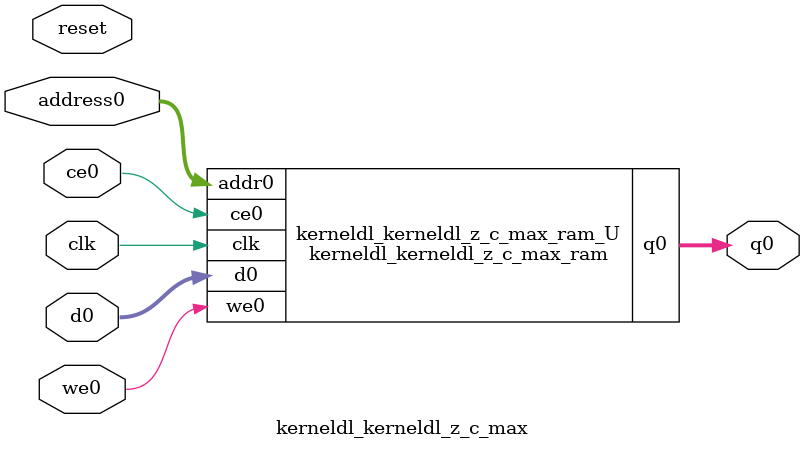
<source format=v>
`timescale 1 ns / 1 ps
module kerneldl_kerneldl_z_c_max_ram (addr0, ce0, d0, we0, q0,  clk);

parameter DWIDTH = 2;
parameter AWIDTH = 19;
parameter MEM_SIZE = 312000;

input[AWIDTH-1:0] addr0;
input ce0;
input[DWIDTH-1:0] d0;
input we0;
output reg[DWIDTH-1:0] q0;
input clk;

(* ram_style = "block" *)reg [DWIDTH-1:0] ram[0:MEM_SIZE-1];




always @(posedge clk)  
begin 
    if (ce0) 
    begin
        if (we0) 
        begin 
            ram[addr0] <= d0; 
        end 
        q0 <= ram[addr0];
    end
end


endmodule

`timescale 1 ns / 1 ps
module kerneldl_kerneldl_z_c_max(
    reset,
    clk,
    address0,
    ce0,
    we0,
    d0,
    q0);

parameter DataWidth = 32'd2;
parameter AddressRange = 32'd312000;
parameter AddressWidth = 32'd19;
input reset;
input clk;
input[AddressWidth - 1:0] address0;
input ce0;
input we0;
input[DataWidth - 1:0] d0;
output[DataWidth - 1:0] q0;



kerneldl_kerneldl_z_c_max_ram kerneldl_kerneldl_z_c_max_ram_U(
    .clk( clk ),
    .addr0( address0 ),
    .ce0( ce0 ),
    .we0( we0 ),
    .d0( d0 ),
    .q0( q0 ));

endmodule


</source>
